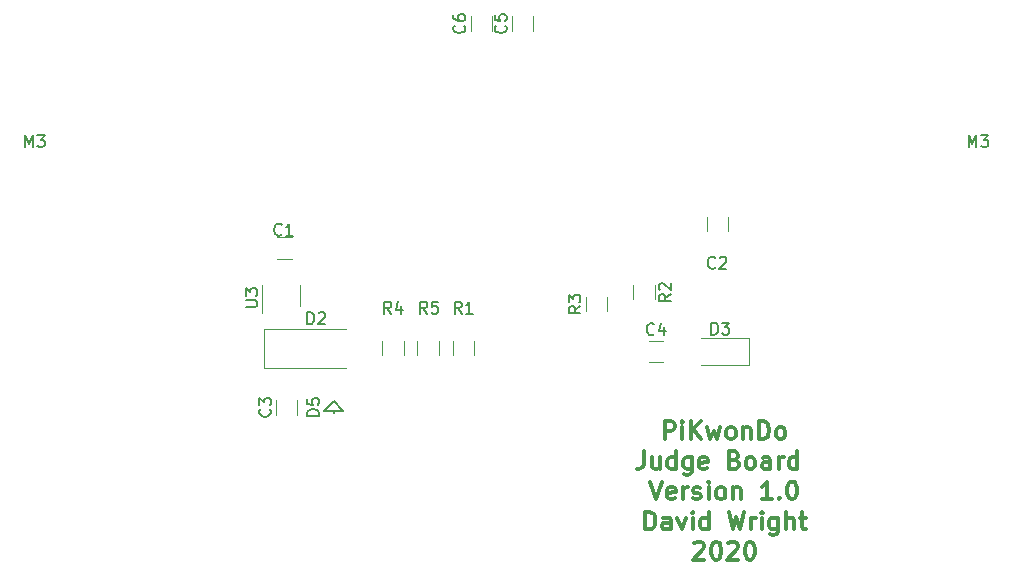
<source format=gbr>
G04 #@! TF.GenerationSoftware,KiCad,Pcbnew,5.1.5-52549c5~84~ubuntu19.10.1*
G04 #@! TF.CreationDate,2020-01-22T18:32:37-06:00*
G04 #@! TF.ProjectId,JudgeBoard,4a756467-6542-46f6-9172-642e6b696361,rev?*
G04 #@! TF.SameCoordinates,PXc9538d0PY6d58ad0*
G04 #@! TF.FileFunction,Legend,Top*
G04 #@! TF.FilePolarity,Positive*
%FSLAX46Y46*%
G04 Gerber Fmt 4.6, Leading zero omitted, Abs format (unit mm)*
G04 Created by KiCad (PCBNEW 5.1.5-52549c5~84~ubuntu19.10.1) date 2020-01-22 18:32:37*
%MOMM*%
%LPD*%
G04 APERTURE LIST*
%ADD10C,0.300000*%
%ADD11C,0.120000*%
%ADD12C,0.150000*%
G04 APERTURE END LIST*
D10*
X-46981429Y13819429D02*
X-46981429Y15319429D01*
X-46410000Y15319429D01*
X-46267143Y15248000D01*
X-46195715Y15176572D01*
X-46124286Y15033715D01*
X-46124286Y14819429D01*
X-46195715Y14676572D01*
X-46267143Y14605143D01*
X-46410000Y14533715D01*
X-46981429Y14533715D01*
X-45481429Y13819429D02*
X-45481429Y14819429D01*
X-45481429Y15319429D02*
X-45552858Y15248000D01*
X-45481429Y15176572D01*
X-45410000Y15248000D01*
X-45481429Y15319429D01*
X-45481429Y15176572D01*
X-44767143Y13819429D02*
X-44767143Y15319429D01*
X-43910000Y13819429D02*
X-44552858Y14676572D01*
X-43910000Y15319429D02*
X-44767143Y14462286D01*
X-43410000Y14819429D02*
X-43124286Y13819429D01*
X-42838572Y14533715D01*
X-42552858Y13819429D01*
X-42267143Y14819429D01*
X-41481429Y13819429D02*
X-41624286Y13890858D01*
X-41695715Y13962286D01*
X-41767143Y14105143D01*
X-41767143Y14533715D01*
X-41695715Y14676572D01*
X-41624286Y14748000D01*
X-41481429Y14819429D01*
X-41267143Y14819429D01*
X-41124286Y14748000D01*
X-41052858Y14676572D01*
X-40981429Y14533715D01*
X-40981429Y14105143D01*
X-41052858Y13962286D01*
X-41124286Y13890858D01*
X-41267143Y13819429D01*
X-41481429Y13819429D01*
X-40338572Y14819429D02*
X-40338572Y13819429D01*
X-40338572Y14676572D02*
X-40267143Y14748000D01*
X-40124286Y14819429D01*
X-39910000Y14819429D01*
X-39767143Y14748000D01*
X-39695715Y14605143D01*
X-39695715Y13819429D01*
X-38981429Y13819429D02*
X-38981429Y15319429D01*
X-38624286Y15319429D01*
X-38410000Y15248000D01*
X-38267143Y15105143D01*
X-38195715Y14962286D01*
X-38124286Y14676572D01*
X-38124286Y14462286D01*
X-38195715Y14176572D01*
X-38267143Y14033715D01*
X-38410000Y13890858D01*
X-38624286Y13819429D01*
X-38981429Y13819429D01*
X-37267143Y13819429D02*
X-37410000Y13890858D01*
X-37481429Y13962286D01*
X-37552858Y14105143D01*
X-37552858Y14533715D01*
X-37481429Y14676572D01*
X-37410000Y14748000D01*
X-37267143Y14819429D01*
X-37052858Y14819429D01*
X-36910000Y14748000D01*
X-36838572Y14676572D01*
X-36767143Y14533715D01*
X-36767143Y14105143D01*
X-36838572Y13962286D01*
X-36910000Y13890858D01*
X-37052858Y13819429D01*
X-37267143Y13819429D01*
X-48767143Y12769429D02*
X-48767143Y11698000D01*
X-48838572Y11483715D01*
X-48981429Y11340858D01*
X-49195715Y11269429D01*
X-49338572Y11269429D01*
X-47410000Y12269429D02*
X-47410000Y11269429D01*
X-48052858Y12269429D02*
X-48052858Y11483715D01*
X-47981429Y11340858D01*
X-47838572Y11269429D01*
X-47624286Y11269429D01*
X-47481429Y11340858D01*
X-47410000Y11412286D01*
X-46052858Y11269429D02*
X-46052858Y12769429D01*
X-46052858Y11340858D02*
X-46195715Y11269429D01*
X-46481429Y11269429D01*
X-46624286Y11340858D01*
X-46695715Y11412286D01*
X-46767143Y11555143D01*
X-46767143Y11983715D01*
X-46695715Y12126572D01*
X-46624286Y12198000D01*
X-46481429Y12269429D01*
X-46195715Y12269429D01*
X-46052858Y12198000D01*
X-44695715Y12269429D02*
X-44695715Y11055143D01*
X-44767143Y10912286D01*
X-44838572Y10840858D01*
X-44981429Y10769429D01*
X-45195715Y10769429D01*
X-45338572Y10840858D01*
X-44695715Y11340858D02*
X-44838572Y11269429D01*
X-45124286Y11269429D01*
X-45267143Y11340858D01*
X-45338572Y11412286D01*
X-45410000Y11555143D01*
X-45410000Y11983715D01*
X-45338572Y12126572D01*
X-45267143Y12198000D01*
X-45124286Y12269429D01*
X-44838572Y12269429D01*
X-44695715Y12198000D01*
X-43410000Y11340858D02*
X-43552858Y11269429D01*
X-43838572Y11269429D01*
X-43981429Y11340858D01*
X-44052858Y11483715D01*
X-44052858Y12055143D01*
X-43981429Y12198000D01*
X-43838572Y12269429D01*
X-43552858Y12269429D01*
X-43410000Y12198000D01*
X-43338572Y12055143D01*
X-43338572Y11912286D01*
X-44052858Y11769429D01*
X-41052858Y12055143D02*
X-40838572Y11983715D01*
X-40767143Y11912286D01*
X-40695715Y11769429D01*
X-40695715Y11555143D01*
X-40767143Y11412286D01*
X-40838572Y11340858D01*
X-40981429Y11269429D01*
X-41552858Y11269429D01*
X-41552858Y12769429D01*
X-41052858Y12769429D01*
X-40910000Y12698000D01*
X-40838572Y12626572D01*
X-40767143Y12483715D01*
X-40767143Y12340858D01*
X-40838572Y12198000D01*
X-40910000Y12126572D01*
X-41052858Y12055143D01*
X-41552858Y12055143D01*
X-39838572Y11269429D02*
X-39981429Y11340858D01*
X-40052858Y11412286D01*
X-40124286Y11555143D01*
X-40124286Y11983715D01*
X-40052858Y12126572D01*
X-39981429Y12198000D01*
X-39838572Y12269429D01*
X-39624286Y12269429D01*
X-39481429Y12198000D01*
X-39410000Y12126572D01*
X-39338572Y11983715D01*
X-39338572Y11555143D01*
X-39410000Y11412286D01*
X-39481429Y11340858D01*
X-39624286Y11269429D01*
X-39838572Y11269429D01*
X-38052858Y11269429D02*
X-38052858Y12055143D01*
X-38124286Y12198000D01*
X-38267143Y12269429D01*
X-38552858Y12269429D01*
X-38695715Y12198000D01*
X-38052858Y11340858D02*
X-38195715Y11269429D01*
X-38552858Y11269429D01*
X-38695715Y11340858D01*
X-38767143Y11483715D01*
X-38767143Y11626572D01*
X-38695715Y11769429D01*
X-38552858Y11840858D01*
X-38195715Y11840858D01*
X-38052858Y11912286D01*
X-37338572Y11269429D02*
X-37338572Y12269429D01*
X-37338572Y11983715D02*
X-37267143Y12126572D01*
X-37195715Y12198000D01*
X-37052858Y12269429D01*
X-36910000Y12269429D01*
X-35767143Y11269429D02*
X-35767143Y12769429D01*
X-35767143Y11340858D02*
X-35910000Y11269429D01*
X-36195715Y11269429D01*
X-36338572Y11340858D01*
X-36410000Y11412286D01*
X-36481429Y11555143D01*
X-36481429Y11983715D01*
X-36410000Y12126572D01*
X-36338572Y12198000D01*
X-36195715Y12269429D01*
X-35910000Y12269429D01*
X-35767143Y12198000D01*
X-48195715Y10219429D02*
X-47695715Y8719429D01*
X-47195715Y10219429D01*
X-46124286Y8790858D02*
X-46267143Y8719429D01*
X-46552858Y8719429D01*
X-46695715Y8790858D01*
X-46767143Y8933715D01*
X-46767143Y9505143D01*
X-46695715Y9648000D01*
X-46552858Y9719429D01*
X-46267143Y9719429D01*
X-46124286Y9648000D01*
X-46052858Y9505143D01*
X-46052858Y9362286D01*
X-46767143Y9219429D01*
X-45410000Y8719429D02*
X-45410000Y9719429D01*
X-45410000Y9433715D02*
X-45338572Y9576572D01*
X-45267143Y9648000D01*
X-45124286Y9719429D01*
X-44981429Y9719429D01*
X-44552858Y8790858D02*
X-44410000Y8719429D01*
X-44124286Y8719429D01*
X-43981429Y8790858D01*
X-43910000Y8933715D01*
X-43910000Y9005143D01*
X-43981429Y9148000D01*
X-44124286Y9219429D01*
X-44338572Y9219429D01*
X-44481429Y9290858D01*
X-44552858Y9433715D01*
X-44552858Y9505143D01*
X-44481429Y9648000D01*
X-44338572Y9719429D01*
X-44124286Y9719429D01*
X-43981429Y9648000D01*
X-43267143Y8719429D02*
X-43267143Y9719429D01*
X-43267143Y10219429D02*
X-43338572Y10148000D01*
X-43267143Y10076572D01*
X-43195715Y10148000D01*
X-43267143Y10219429D01*
X-43267143Y10076572D01*
X-42338572Y8719429D02*
X-42481429Y8790858D01*
X-42552858Y8862286D01*
X-42624286Y9005143D01*
X-42624286Y9433715D01*
X-42552858Y9576572D01*
X-42481429Y9648000D01*
X-42338572Y9719429D01*
X-42124286Y9719429D01*
X-41981429Y9648000D01*
X-41910000Y9576572D01*
X-41838572Y9433715D01*
X-41838572Y9005143D01*
X-41910000Y8862286D01*
X-41981429Y8790858D01*
X-42124286Y8719429D01*
X-42338572Y8719429D01*
X-41195715Y9719429D02*
X-41195715Y8719429D01*
X-41195715Y9576572D02*
X-41124286Y9648000D01*
X-40981429Y9719429D01*
X-40767143Y9719429D01*
X-40624286Y9648000D01*
X-40552858Y9505143D01*
X-40552858Y8719429D01*
X-37910000Y8719429D02*
X-38767143Y8719429D01*
X-38338572Y8719429D02*
X-38338572Y10219429D01*
X-38481429Y10005143D01*
X-38624286Y9862286D01*
X-38767143Y9790858D01*
X-37267143Y8862286D02*
X-37195715Y8790858D01*
X-37267143Y8719429D01*
X-37338572Y8790858D01*
X-37267143Y8862286D01*
X-37267143Y8719429D01*
X-36267143Y10219429D02*
X-36124286Y10219429D01*
X-35981429Y10148000D01*
X-35910000Y10076572D01*
X-35838572Y9933715D01*
X-35767143Y9648000D01*
X-35767143Y9290858D01*
X-35838572Y9005143D01*
X-35910000Y8862286D01*
X-35981429Y8790858D01*
X-36124286Y8719429D01*
X-36267143Y8719429D01*
X-36410000Y8790858D01*
X-36481429Y8862286D01*
X-36552858Y9005143D01*
X-36624286Y9290858D01*
X-36624286Y9648000D01*
X-36552858Y9933715D01*
X-36481429Y10076572D01*
X-36410000Y10148000D01*
X-36267143Y10219429D01*
X-48624286Y6169429D02*
X-48624286Y7669429D01*
X-48267143Y7669429D01*
X-48052858Y7598000D01*
X-47910000Y7455143D01*
X-47838572Y7312286D01*
X-47767143Y7026572D01*
X-47767143Y6812286D01*
X-47838572Y6526572D01*
X-47910000Y6383715D01*
X-48052858Y6240858D01*
X-48267143Y6169429D01*
X-48624286Y6169429D01*
X-46481429Y6169429D02*
X-46481429Y6955143D01*
X-46552858Y7098000D01*
X-46695715Y7169429D01*
X-46981429Y7169429D01*
X-47124286Y7098000D01*
X-46481429Y6240858D02*
X-46624286Y6169429D01*
X-46981429Y6169429D01*
X-47124286Y6240858D01*
X-47195715Y6383715D01*
X-47195715Y6526572D01*
X-47124286Y6669429D01*
X-46981429Y6740858D01*
X-46624286Y6740858D01*
X-46481429Y6812286D01*
X-45910000Y7169429D02*
X-45552858Y6169429D01*
X-45195715Y7169429D01*
X-44624286Y6169429D02*
X-44624286Y7169429D01*
X-44624286Y7669429D02*
X-44695715Y7598000D01*
X-44624286Y7526572D01*
X-44552858Y7598000D01*
X-44624286Y7669429D01*
X-44624286Y7526572D01*
X-43267143Y6169429D02*
X-43267143Y7669429D01*
X-43267143Y6240858D02*
X-43410000Y6169429D01*
X-43695715Y6169429D01*
X-43838572Y6240858D01*
X-43910000Y6312286D01*
X-43981429Y6455143D01*
X-43981429Y6883715D01*
X-43910000Y7026572D01*
X-43838572Y7098000D01*
X-43695715Y7169429D01*
X-43410000Y7169429D01*
X-43267143Y7098000D01*
X-41552858Y7669429D02*
X-41195715Y6169429D01*
X-40910000Y7240858D01*
X-40624286Y6169429D01*
X-40267143Y7669429D01*
X-39695715Y6169429D02*
X-39695715Y7169429D01*
X-39695715Y6883715D02*
X-39624286Y7026572D01*
X-39552858Y7098000D01*
X-39410000Y7169429D01*
X-39267143Y7169429D01*
X-38767143Y6169429D02*
X-38767143Y7169429D01*
X-38767143Y7669429D02*
X-38838572Y7598000D01*
X-38767143Y7526572D01*
X-38695715Y7598000D01*
X-38767143Y7669429D01*
X-38767143Y7526572D01*
X-37410000Y7169429D02*
X-37410000Y5955143D01*
X-37481429Y5812286D01*
X-37552858Y5740858D01*
X-37695715Y5669429D01*
X-37910000Y5669429D01*
X-38052858Y5740858D01*
X-37410000Y6240858D02*
X-37552858Y6169429D01*
X-37838572Y6169429D01*
X-37981429Y6240858D01*
X-38052858Y6312286D01*
X-38124286Y6455143D01*
X-38124286Y6883715D01*
X-38052858Y7026572D01*
X-37981429Y7098000D01*
X-37838572Y7169429D01*
X-37552858Y7169429D01*
X-37410000Y7098000D01*
X-36695715Y6169429D02*
X-36695715Y7669429D01*
X-36052858Y6169429D02*
X-36052858Y6955143D01*
X-36124286Y7098000D01*
X-36267143Y7169429D01*
X-36481429Y7169429D01*
X-36624286Y7098000D01*
X-36695715Y7026572D01*
X-35552858Y7169429D02*
X-34981429Y7169429D01*
X-35338572Y7669429D02*
X-35338572Y6383715D01*
X-35267143Y6240858D01*
X-35124286Y6169429D01*
X-34981429Y6169429D01*
X-44481429Y4976572D02*
X-44410000Y5048000D01*
X-44267143Y5119429D01*
X-43910000Y5119429D01*
X-43767143Y5048000D01*
X-43695715Y4976572D01*
X-43624286Y4833715D01*
X-43624286Y4690858D01*
X-43695715Y4476572D01*
X-44552858Y3619429D01*
X-43624286Y3619429D01*
X-42695715Y5119429D02*
X-42552858Y5119429D01*
X-42410000Y5048000D01*
X-42338572Y4976572D01*
X-42267143Y4833715D01*
X-42195715Y4548000D01*
X-42195715Y4190858D01*
X-42267143Y3905143D01*
X-42338572Y3762286D01*
X-42410000Y3690858D01*
X-42552858Y3619429D01*
X-42695715Y3619429D01*
X-42838572Y3690858D01*
X-42910000Y3762286D01*
X-42981429Y3905143D01*
X-43052858Y4190858D01*
X-43052858Y4548000D01*
X-42981429Y4833715D01*
X-42910000Y4976572D01*
X-42838572Y5048000D01*
X-42695715Y5119429D01*
X-41624286Y4976572D02*
X-41552858Y5048000D01*
X-41410000Y5119429D01*
X-41052858Y5119429D01*
X-40910000Y5048000D01*
X-40838572Y4976572D01*
X-40767143Y4833715D01*
X-40767143Y4690858D01*
X-40838572Y4476572D01*
X-41695715Y3619429D01*
X-40767143Y3619429D01*
X-39838572Y5119429D02*
X-39695715Y5119429D01*
X-39552858Y5048000D01*
X-39481429Y4976572D01*
X-39410000Y4833715D01*
X-39338572Y4548000D01*
X-39338572Y4190858D01*
X-39410000Y3905143D01*
X-39481429Y3762286D01*
X-39552858Y3690858D01*
X-39695715Y3619429D01*
X-39838572Y3619429D01*
X-39981429Y3690858D01*
X-40052858Y3762286D01*
X-40124286Y3905143D01*
X-40195715Y4190858D01*
X-40195715Y4548000D01*
X-40124286Y4833715D01*
X-40052858Y4976572D01*
X-39981429Y5048000D01*
X-39838572Y5119429D01*
D11*
X-49660000Y26852064D02*
X-49660000Y25647936D01*
X-47840000Y26852064D02*
X-47840000Y25647936D01*
D12*
X-75000000Y16100000D02*
X-75000000Y16000000D01*
X-75000000Y16200000D02*
X-75000000Y16100000D01*
X-74200000Y16200000D02*
X-75000000Y17000000D01*
X-75000000Y17000000D02*
X-75800000Y16200000D01*
X-75800000Y16200000D02*
X-74200000Y16200000D01*
D11*
X-58090000Y48397936D02*
X-58090000Y49602064D01*
X-59910000Y48397936D02*
X-59910000Y49602064D01*
X-63410000Y48397936D02*
X-63410000Y49602064D01*
X-61590000Y48397936D02*
X-61590000Y49602064D01*
X-48318364Y20340000D02*
X-47114236Y20340000D01*
X-48318364Y22160000D02*
X-47114236Y22160000D01*
X-78090000Y17102064D02*
X-78090000Y15897936D01*
X-79910000Y17102064D02*
X-79910000Y15897936D01*
X-43410000Y32602064D02*
X-43410000Y31397936D01*
X-41590000Y32602064D02*
X-41590000Y31397936D01*
X-78561736Y29090000D02*
X-79765864Y29090000D01*
X-78561736Y30910000D02*
X-79765864Y30910000D01*
X-43918800Y20115000D02*
X-39858800Y20115000D01*
X-39858800Y20115000D02*
X-39858800Y22385000D01*
X-39858800Y22385000D02*
X-43918800Y22385000D01*
X-77890000Y25100000D02*
X-77890000Y26900000D01*
X-81110000Y26900000D02*
X-81110000Y24450000D01*
X-66090000Y22102064D02*
X-66090000Y20897936D01*
X-67910000Y22102064D02*
X-67910000Y20897936D01*
X-70910000Y22102064D02*
X-70910000Y20897936D01*
X-69090000Y22102064D02*
X-69090000Y20897936D01*
X-53660000Y24647936D02*
X-53660000Y25852064D01*
X-51840000Y24647936D02*
X-51840000Y25852064D01*
X-63090000Y22102064D02*
X-63090000Y20897936D01*
X-64910000Y22102064D02*
X-64910000Y20897936D01*
X-80900000Y23150000D02*
X-80900000Y19850000D01*
X-80900000Y19850000D02*
X-74000000Y19850000D01*
X-80900000Y23150000D02*
X-74000000Y23150000D01*
D12*
X-21256524Y38545620D02*
X-21256524Y39545620D01*
X-20923191Y38831334D01*
X-20589858Y39545620D01*
X-20589858Y38545620D01*
X-20208905Y39545620D02*
X-19589858Y39545620D01*
X-19923191Y39164667D01*
X-19780334Y39164667D01*
X-19685096Y39117048D01*
X-19637477Y39069429D01*
X-19589858Y38974191D01*
X-19589858Y38736096D01*
X-19637477Y38640858D01*
X-19685096Y38593239D01*
X-19780334Y38545620D01*
X-20066048Y38545620D01*
X-20161286Y38593239D01*
X-20208905Y38640858D01*
X-101139524Y38545620D02*
X-101139524Y39545620D01*
X-100806191Y38831334D01*
X-100472858Y39545620D01*
X-100472858Y38545620D01*
X-100091905Y39545620D02*
X-99472858Y39545620D01*
X-99806191Y39164667D01*
X-99663334Y39164667D01*
X-99568096Y39117048D01*
X-99520477Y39069429D01*
X-99472858Y38974191D01*
X-99472858Y38736096D01*
X-99520477Y38640858D01*
X-99568096Y38593239D01*
X-99663334Y38545620D01*
X-99949048Y38545620D01*
X-100044286Y38593239D01*
X-100091905Y38640858D01*
X-46477620Y26083334D02*
X-46953810Y25750000D01*
X-46477620Y25511905D02*
X-47477620Y25511905D01*
X-47477620Y25892858D01*
X-47430000Y25988096D01*
X-47382381Y26035715D01*
X-47287143Y26083334D01*
X-47144286Y26083334D01*
X-47049048Y26035715D01*
X-47001429Y25988096D01*
X-46953810Y25892858D01*
X-46953810Y25511905D01*
X-47382381Y26464286D02*
X-47430000Y26511905D01*
X-47477620Y26607143D01*
X-47477620Y26845239D01*
X-47430000Y26940477D01*
X-47382381Y26988096D01*
X-47287143Y27035715D01*
X-47191905Y27035715D01*
X-47049048Y26988096D01*
X-46477620Y26416667D01*
X-46477620Y27035715D01*
X-76255620Y15771905D02*
X-77255620Y15771905D01*
X-77255620Y16010000D01*
X-77208000Y16152858D01*
X-77112762Y16248096D01*
X-77017524Y16295715D01*
X-76827048Y16343334D01*
X-76684191Y16343334D01*
X-76493715Y16295715D01*
X-76398477Y16248096D01*
X-76303239Y16152858D01*
X-76255620Y16010000D01*
X-76255620Y15771905D01*
X-77255620Y17248096D02*
X-77255620Y16771905D01*
X-76779429Y16724286D01*
X-76827048Y16771905D01*
X-76874667Y16867143D01*
X-76874667Y17105239D01*
X-76827048Y17200477D01*
X-76779429Y17248096D01*
X-76684191Y17295715D01*
X-76446096Y17295715D01*
X-76350858Y17248096D01*
X-76303239Y17200477D01*
X-76255620Y17105239D01*
X-76255620Y16867143D01*
X-76303239Y16771905D01*
X-76350858Y16724286D01*
X-60462858Y48833334D02*
X-60415239Y48785715D01*
X-60367620Y48642858D01*
X-60367620Y48547620D01*
X-60415239Y48404762D01*
X-60510477Y48309524D01*
X-60605715Y48261905D01*
X-60796191Y48214286D01*
X-60939048Y48214286D01*
X-61129524Y48261905D01*
X-61224762Y48309524D01*
X-61320000Y48404762D01*
X-61367620Y48547620D01*
X-61367620Y48642858D01*
X-61320000Y48785715D01*
X-61272381Y48833334D01*
X-61367620Y49738096D02*
X-61367620Y49261905D01*
X-60891429Y49214286D01*
X-60939048Y49261905D01*
X-60986667Y49357143D01*
X-60986667Y49595239D01*
X-60939048Y49690477D01*
X-60891429Y49738096D01*
X-60796191Y49785715D01*
X-60558096Y49785715D01*
X-60462858Y49738096D01*
X-60415239Y49690477D01*
X-60367620Y49595239D01*
X-60367620Y49357143D01*
X-60415239Y49261905D01*
X-60462858Y49214286D01*
X-63962858Y48833334D02*
X-63915239Y48785715D01*
X-63867620Y48642858D01*
X-63867620Y48547620D01*
X-63915239Y48404762D01*
X-64010477Y48309524D01*
X-64105715Y48261905D01*
X-64296191Y48214286D01*
X-64439048Y48214286D01*
X-64629524Y48261905D01*
X-64724762Y48309524D01*
X-64820000Y48404762D01*
X-64867620Y48547620D01*
X-64867620Y48642858D01*
X-64820000Y48785715D01*
X-64772381Y48833334D01*
X-64867620Y49690477D02*
X-64867620Y49500000D01*
X-64820000Y49404762D01*
X-64772381Y49357143D01*
X-64629524Y49261905D01*
X-64439048Y49214286D01*
X-64058096Y49214286D01*
X-63962858Y49261905D01*
X-63915239Y49309524D01*
X-63867620Y49404762D01*
X-63867620Y49595239D01*
X-63915239Y49690477D01*
X-63962858Y49738096D01*
X-64058096Y49785715D01*
X-64296191Y49785715D01*
X-64391429Y49738096D01*
X-64439048Y49690477D01*
X-64486667Y49595239D01*
X-64486667Y49404762D01*
X-64439048Y49309524D01*
X-64391429Y49261905D01*
X-64296191Y49214286D01*
X-47882967Y22712858D02*
X-47930586Y22665239D01*
X-48073443Y22617620D01*
X-48168681Y22617620D01*
X-48311539Y22665239D01*
X-48406777Y22760477D01*
X-48454396Y22855715D01*
X-48502015Y23046191D01*
X-48502015Y23189048D01*
X-48454396Y23379524D01*
X-48406777Y23474762D01*
X-48311539Y23570000D01*
X-48168681Y23617620D01*
X-48073443Y23617620D01*
X-47930586Y23570000D01*
X-47882967Y23522381D01*
X-47025824Y23284286D02*
X-47025824Y22617620D01*
X-47263920Y23665239D02*
X-47502015Y22950953D01*
X-46882967Y22950953D01*
X-80414858Y16343334D02*
X-80367239Y16295715D01*
X-80319620Y16152858D01*
X-80319620Y16057620D01*
X-80367239Y15914762D01*
X-80462477Y15819524D01*
X-80557715Y15771905D01*
X-80748191Y15724286D01*
X-80891048Y15724286D01*
X-81081524Y15771905D01*
X-81176762Y15819524D01*
X-81272000Y15914762D01*
X-81319620Y16057620D01*
X-81319620Y16152858D01*
X-81272000Y16295715D01*
X-81224381Y16343334D01*
X-81319620Y16676667D02*
X-81319620Y17295715D01*
X-80938667Y16962381D01*
X-80938667Y17105239D01*
X-80891048Y17200477D01*
X-80843429Y17248096D01*
X-80748191Y17295715D01*
X-80510096Y17295715D01*
X-80414858Y17248096D01*
X-80367239Y17200477D01*
X-80319620Y17105239D01*
X-80319620Y16819524D01*
X-80367239Y16724286D01*
X-80414858Y16676667D01*
X-42711667Y28344858D02*
X-42759286Y28297239D01*
X-42902143Y28249620D01*
X-42997381Y28249620D01*
X-43140239Y28297239D01*
X-43235477Y28392477D01*
X-43283096Y28487715D01*
X-43330715Y28678191D01*
X-43330715Y28821048D01*
X-43283096Y29011524D01*
X-43235477Y29106762D01*
X-43140239Y29202000D01*
X-42997381Y29249620D01*
X-42902143Y29249620D01*
X-42759286Y29202000D01*
X-42711667Y29154381D01*
X-42330715Y29154381D02*
X-42283096Y29202000D01*
X-42187858Y29249620D01*
X-41949762Y29249620D01*
X-41854524Y29202000D01*
X-41806905Y29154381D01*
X-41759286Y29059143D01*
X-41759286Y28963905D01*
X-41806905Y28821048D01*
X-42378334Y28249620D01*
X-41759286Y28249620D01*
X-79414667Y31138858D02*
X-79462286Y31091239D01*
X-79605143Y31043620D01*
X-79700381Y31043620D01*
X-79843239Y31091239D01*
X-79938477Y31186477D01*
X-79986096Y31281715D01*
X-80033715Y31472191D01*
X-80033715Y31615048D01*
X-79986096Y31805524D01*
X-79938477Y31900762D01*
X-79843239Y31996000D01*
X-79700381Y32043620D01*
X-79605143Y32043620D01*
X-79462286Y31996000D01*
X-79414667Y31948381D01*
X-78462286Y31043620D02*
X-79033715Y31043620D01*
X-78748000Y31043620D02*
X-78748000Y32043620D01*
X-78843239Y31900762D01*
X-78938477Y31805524D01*
X-79033715Y31757905D01*
X-43029096Y22661620D02*
X-43029096Y23661620D01*
X-42791000Y23661620D01*
X-42648143Y23614000D01*
X-42552905Y23518762D01*
X-42505286Y23423524D01*
X-42457667Y23233048D01*
X-42457667Y23090191D01*
X-42505286Y22899715D01*
X-42552905Y22804477D01*
X-42648143Y22709239D01*
X-42791000Y22661620D01*
X-43029096Y22661620D01*
X-42124334Y23661620D02*
X-41505286Y23661620D01*
X-41838620Y23280667D01*
X-41695762Y23280667D01*
X-41600524Y23233048D01*
X-41552905Y23185429D01*
X-41505286Y23090191D01*
X-41505286Y22852096D01*
X-41552905Y22756858D01*
X-41600524Y22709239D01*
X-41695762Y22661620D01*
X-41981477Y22661620D01*
X-42076715Y22709239D01*
X-42124334Y22756858D01*
X-82462620Y25019096D02*
X-81653096Y25019096D01*
X-81557858Y25066715D01*
X-81510239Y25114334D01*
X-81462620Y25209572D01*
X-81462620Y25400048D01*
X-81510239Y25495286D01*
X-81557858Y25542905D01*
X-81653096Y25590524D01*
X-82462620Y25590524D01*
X-82462620Y25971477D02*
X-82462620Y26590524D01*
X-82081667Y26257191D01*
X-82081667Y26400048D01*
X-82034048Y26495286D01*
X-81986429Y26542905D01*
X-81891191Y26590524D01*
X-81653096Y26590524D01*
X-81557858Y26542905D01*
X-81510239Y26495286D01*
X-81462620Y26400048D01*
X-81462620Y26114334D01*
X-81510239Y26019096D01*
X-81557858Y25971477D01*
X-67095667Y24439620D02*
X-67429000Y24915810D01*
X-67667096Y24439620D02*
X-67667096Y25439620D01*
X-67286143Y25439620D01*
X-67190905Y25392000D01*
X-67143286Y25344381D01*
X-67095667Y25249143D01*
X-67095667Y25106286D01*
X-67143286Y25011048D01*
X-67190905Y24963429D01*
X-67286143Y24915810D01*
X-67667096Y24915810D01*
X-66190905Y25439620D02*
X-66667096Y25439620D01*
X-66714715Y24963429D01*
X-66667096Y25011048D01*
X-66571858Y25058667D01*
X-66333762Y25058667D01*
X-66238524Y25011048D01*
X-66190905Y24963429D01*
X-66143286Y24868191D01*
X-66143286Y24630096D01*
X-66190905Y24534858D01*
X-66238524Y24487239D01*
X-66333762Y24439620D01*
X-66571858Y24439620D01*
X-66667096Y24487239D01*
X-66714715Y24534858D01*
X-70143667Y24439620D02*
X-70477000Y24915810D01*
X-70715096Y24439620D02*
X-70715096Y25439620D01*
X-70334143Y25439620D01*
X-70238905Y25392000D01*
X-70191286Y25344381D01*
X-70143667Y25249143D01*
X-70143667Y25106286D01*
X-70191286Y25011048D01*
X-70238905Y24963429D01*
X-70334143Y24915810D01*
X-70715096Y24915810D01*
X-69286524Y25106286D02*
X-69286524Y24439620D01*
X-69524620Y25487239D02*
X-69762715Y24772953D01*
X-69143667Y24772953D01*
X-54117620Y25083334D02*
X-54593810Y24750000D01*
X-54117620Y24511905D02*
X-55117620Y24511905D01*
X-55117620Y24892858D01*
X-55070000Y24988096D01*
X-55022381Y25035715D01*
X-54927143Y25083334D01*
X-54784286Y25083334D01*
X-54689048Y25035715D01*
X-54641429Y24988096D01*
X-54593810Y24892858D01*
X-54593810Y24511905D01*
X-55117620Y25416667D02*
X-55117620Y26035715D01*
X-54736667Y25702381D01*
X-54736667Y25845239D01*
X-54689048Y25940477D01*
X-54641429Y25988096D01*
X-54546191Y26035715D01*
X-54308096Y26035715D01*
X-54212858Y25988096D01*
X-54165239Y25940477D01*
X-54117620Y25845239D01*
X-54117620Y25559524D01*
X-54165239Y25464286D01*
X-54212858Y25416667D01*
X-64174667Y24439620D02*
X-64508000Y24915810D01*
X-64746096Y24439620D02*
X-64746096Y25439620D01*
X-64365143Y25439620D01*
X-64269905Y25392000D01*
X-64222286Y25344381D01*
X-64174667Y25249143D01*
X-64174667Y25106286D01*
X-64222286Y25011048D01*
X-64269905Y24963429D01*
X-64365143Y24915810D01*
X-64746096Y24915810D01*
X-63222286Y24439620D02*
X-63793715Y24439620D01*
X-63508000Y24439620D02*
X-63508000Y25439620D01*
X-63603239Y25296762D01*
X-63698477Y25201524D01*
X-63793715Y25153905D01*
X-77238096Y23547620D02*
X-77238096Y24547620D01*
X-77000000Y24547620D01*
X-76857143Y24500000D01*
X-76761905Y24404762D01*
X-76714286Y24309524D01*
X-76666667Y24119048D01*
X-76666667Y23976191D01*
X-76714286Y23785715D01*
X-76761905Y23690477D01*
X-76857143Y23595239D01*
X-77000000Y23547620D01*
X-77238096Y23547620D01*
X-76285715Y24452381D02*
X-76238096Y24500000D01*
X-76142858Y24547620D01*
X-75904762Y24547620D01*
X-75809524Y24500000D01*
X-75761905Y24452381D01*
X-75714286Y24357143D01*
X-75714286Y24261905D01*
X-75761905Y24119048D01*
X-76333334Y23547620D01*
X-75714286Y23547620D01*
M02*

</source>
